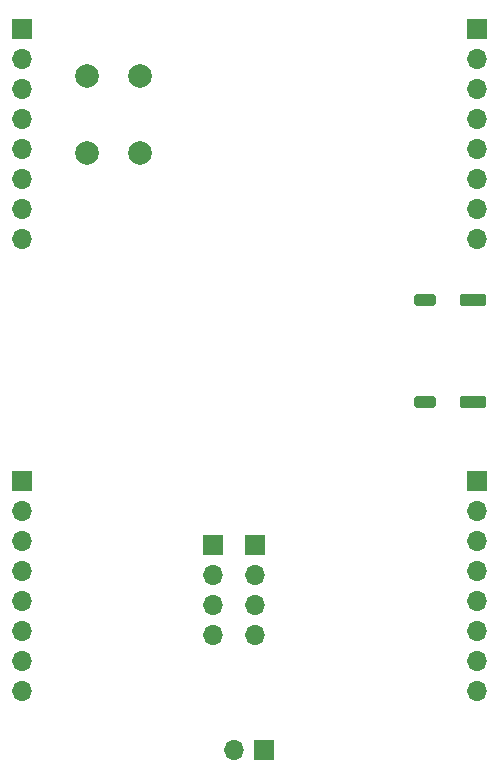
<source format=gbr>
%TF.GenerationSoftware,KiCad,Pcbnew,9.0.1*%
%TF.CreationDate,2025-05-06T09:52:03+02:00*%
%TF.ProjectId,ESP32 adon V3,45535033-3220-4616-946f-6e2056332e6b,rev?*%
%TF.SameCoordinates,Original*%
%TF.FileFunction,Soldermask,Bot*%
%TF.FilePolarity,Negative*%
%FSLAX46Y46*%
G04 Gerber Fmt 4.6, Leading zero omitted, Abs format (unit mm)*
G04 Created by KiCad (PCBNEW 9.0.1) date 2025-05-06 09:52:03*
%MOMM*%
%LPD*%
G01*
G04 APERTURE LIST*
G04 Aperture macros list*
%AMRoundRect*
0 Rectangle with rounded corners*
0 $1 Rounding radius*
0 $2 $3 $4 $5 $6 $7 $8 $9 X,Y pos of 4 corners*
0 Add a 4 corners polygon primitive as box body*
4,1,4,$2,$3,$4,$5,$6,$7,$8,$9,$2,$3,0*
0 Add four circle primitives for the rounded corners*
1,1,$1+$1,$2,$3*
1,1,$1+$1,$4,$5*
1,1,$1+$1,$6,$7*
1,1,$1+$1,$8,$9*
0 Add four rect primitives between the rounded corners*
20,1,$1+$1,$2,$3,$4,$5,0*
20,1,$1+$1,$4,$5,$6,$7,0*
20,1,$1+$1,$6,$7,$8,$9,0*
20,1,$1+$1,$8,$9,$2,$3,0*%
G04 Aperture macros list end*
%ADD10R,1.700000X1.700000*%
%ADD11O,1.700000X1.700000*%
%ADD12C,2.000000*%
%ADD13RoundRect,0.150000X0.750000X-0.350000X0.750000X0.350000X-0.750000X0.350000X-0.750000X-0.350000X0*%
%ADD14RoundRect,0.150000X0.950000X-0.350000X0.950000X0.350000X-0.950000X0.350000X-0.950000X-0.350000X0*%
G04 APERTURE END LIST*
D10*
%TO.C,J1*%
X51800000Y-31300000D03*
D11*
X51800000Y-33840000D03*
X51800000Y-36380000D03*
X51800000Y-38920000D03*
X51800000Y-41460000D03*
X51800000Y-44000000D03*
X51800000Y-46540000D03*
X51800000Y-49080000D03*
%TD*%
D10*
%TO.C,J7*%
X71550000Y-75000000D03*
D11*
X71550000Y-77540000D03*
X71550000Y-80080000D03*
X71550000Y-82620000D03*
%TD*%
D12*
%TO.C,SW2*%
X57320000Y-41830000D03*
X57320000Y-35330000D03*
X61820000Y-41830000D03*
X61820000Y-35330000D03*
%TD*%
D10*
%TO.C,J3*%
X72320000Y-92400000D03*
D11*
X69780000Y-92400000D03*
%TD*%
D13*
%TO.C,J6*%
X85950000Y-62890000D03*
X85950000Y-54250000D03*
D14*
X89950000Y-54250000D03*
X89950000Y-62890000D03*
%TD*%
D10*
%TO.C,J2*%
X51800000Y-69580000D03*
D11*
X51800000Y-72120000D03*
X51800000Y-74660000D03*
X51800000Y-77200000D03*
X51800000Y-79740000D03*
X51800000Y-82280000D03*
X51800000Y-84820000D03*
X51800000Y-87360000D03*
%TD*%
D10*
%TO.C,J4*%
X90300000Y-69580000D03*
D11*
X90300000Y-72120000D03*
X90300000Y-74660000D03*
X90300000Y-77200000D03*
X90300000Y-79740000D03*
X90300000Y-82280000D03*
X90300000Y-84820000D03*
X90300000Y-87360000D03*
%TD*%
D10*
%TO.C,J9*%
X68000000Y-75000000D03*
D11*
X68000000Y-77540000D03*
X68000000Y-80080000D03*
X68000000Y-82620000D03*
%TD*%
D10*
%TO.C,J5*%
X90300000Y-31300000D03*
D11*
X90300000Y-33840000D03*
X90300000Y-36380000D03*
X90300000Y-38920000D03*
X90300000Y-41460000D03*
X90300000Y-44000000D03*
X90300000Y-46540000D03*
X90300000Y-49080000D03*
%TD*%
M02*

</source>
